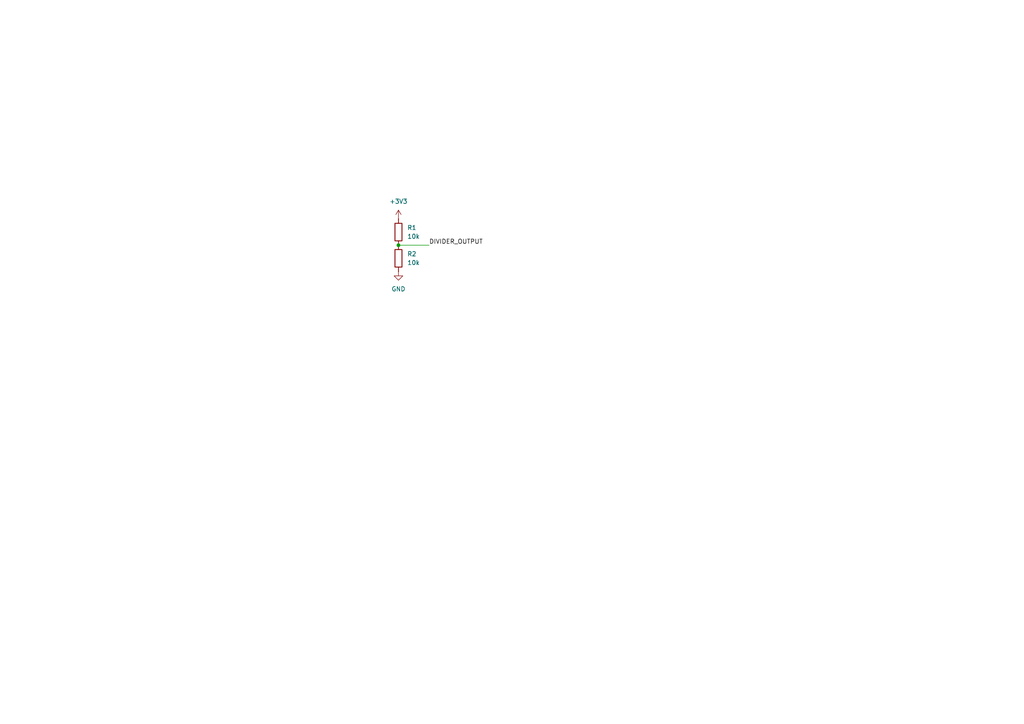
<source format=kicad_sch>
(kicad_sch (version 20231120) (generator "eeschema") (generator_version "8.0")
  (paper "A4")
  (lib_symbols
    (symbol "Device:R" (pin_numbers hide) (pin_names (offset 0))
      (property "Reference" "R" (at 2.032 0 90))
      (property "Value" "R" (at 0 0 90))
      (symbol "R_0_1"
        (rectangle (start -1.016 -2.54) (end 1.016 2.54) (stroke (width 0.254)))
      )
      (symbol "R_1_1"
        (pin passive line (at 0 3.81 270) (length 1.27) (name "~") (number "1"))
        (pin passive line (at 0 -3.81 90) (length 1.27) (name "~") (number "2"))
      )
    )
    (symbol "power:+3V3" (power) (pin_numbers hide) (pin_names (offset 0) hide)
      (property "Value" "+3V3" (at 0 3.556 0))
      (symbol "+3V3_0_1"
        (polyline (pts (xy -0.762 1.27) (xy 0 2.54)))
        (polyline (pts (xy 0 0) (xy 0 2.54)))
        (polyline (pts (xy 0 2.54) (xy 0.762 1.27)))
      )
      (symbol "+3V3_1_1"
        (pin power_in line (at 0 0 90) (length 0) (name "~") (number "1"))
      )
    )
    (symbol "power:GND" (power) (pin_numbers hide) (pin_names (offset 0) hide)
      (property "Value" "GND" (at 0 -3.81 0))
      (symbol "GND_0_1"
        (polyline (pts (xy 0 0) (xy 0 -1.27) (xy 1.27 -1.27) (xy 0 -2.54) (xy -1.27 -1.27) (xy 0 -1.27)))
      )
      (symbol "GND_1_1"
        (pin power_in line (at 0 0 270) (length 0) (name "~") (number "1"))
      )
    )
  )
  (junction (at 115.57 71.12))
  (wire (pts (xy 115.57 71.12) (xy 124.46 71.12)))
  (label "DIVIDER_OUTPUT" (at 124.46 71.12 0))
  (symbol (lib_id "power:+3V3") (at 115.57 63.5 0) (unit 1)
    (property "Reference" "#PWR01" (effects (hide yes)))
    (property "Value" "+3V3" (at 115.57 58.42 0))
    (property "Description" "Power symbol creates a global label with name \"+3V3\"" (effects (hide yes)))
  )
  (symbol (lib_id "Device:R") (at 115.57 74.93 0) (unit 1)
    (property "Reference" "R2" (at 118.11 73.6599 0) (effects (justify left)))
    (property "Value" "10k" (at 118.11 76.1999 0) (effects (justify left)))
    (property "Footprint" "Resistor_SMD:R_0603_1608Metric" (effects (hide yes)))
    (property "Description" "Resistor" (effects (hide yes)))
  )
  (symbol (lib_id "power:GND") (at 115.57 78.74 0) (unit 1)
    (property "Reference" "#PWR02" (effects (hide yes)))
    (property "Value" "GND" (at 115.57 83.82 0))
    (property "Description" "Power symbol creates a global label with name \"GND\" , ground" (effects (hide yes)))
  )
  (symbol (lib_id "Device:R") (at 115.57 67.31 0) (unit 1)
    (property "Reference" "R1" (at 118.11 66.0399 0) (effects (justify left)))
    (property "Value" "10k" (at 118.11 68.5799 0) (effects (justify left)))
    (property "Footprint" "Resistor_SMD:R_0603_1608Metric" (effects (hide yes)))
    (property "Description" "Resistor" (effects (hide yes)))
  )
)
</source>
